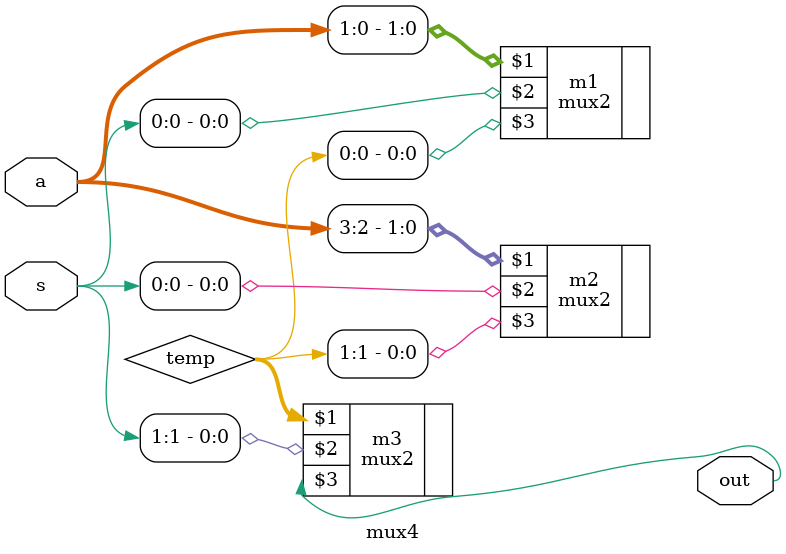
<source format=v>
`timescale 1ns / 1ps

module mux4(
    input [3:0] a,
    input [1:0] s,
    output out
);
    wire [1:0]temp;
    mux2 m1(a[1:0],s[0],temp[0]);
    mux2 m2(a[3:2],s[0],temp[1]);
    mux2 m3(temp,s[1],out);
endmodule

</source>
